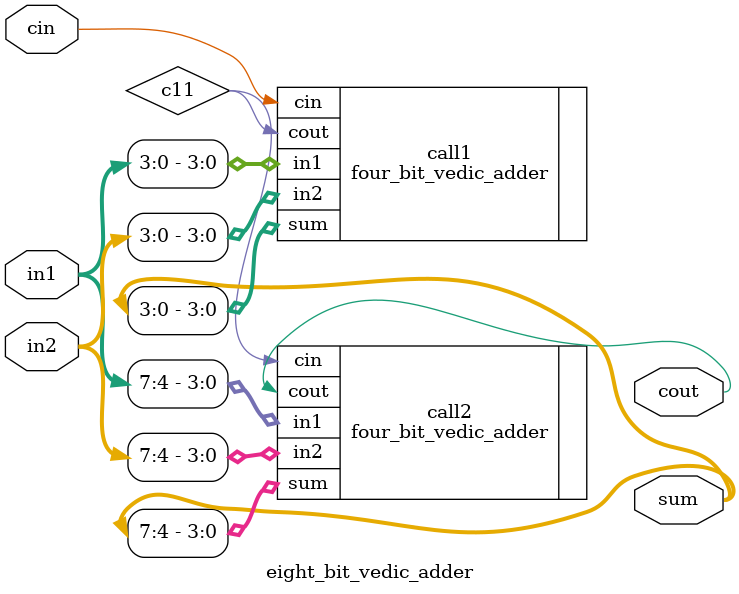
<source format=v>
`timescale 1ns / 1ps
module eight_bit_vedic_adder(in1, in2, sum, cout, cin);

input [7:0] in1;
input [7:0] in2 ;
input cin ;
output [7:0] sum ;
output cout ;

wire c11 ;


four_bit_vedic_adder call1(

.in1(in1[3:0]),
.in2(in2[3:0]),
.cin(cin) ,
.sum(sum[3:0]) ,
.cout(c11)

);


four_bit_vedic_adder call2(

.in1(in1[7:4]),
.in2(in2[7:4]),
.cin(c11) ,
.sum(sum[7:4]) ,
.cout(cout)

);






endmodule

</source>
